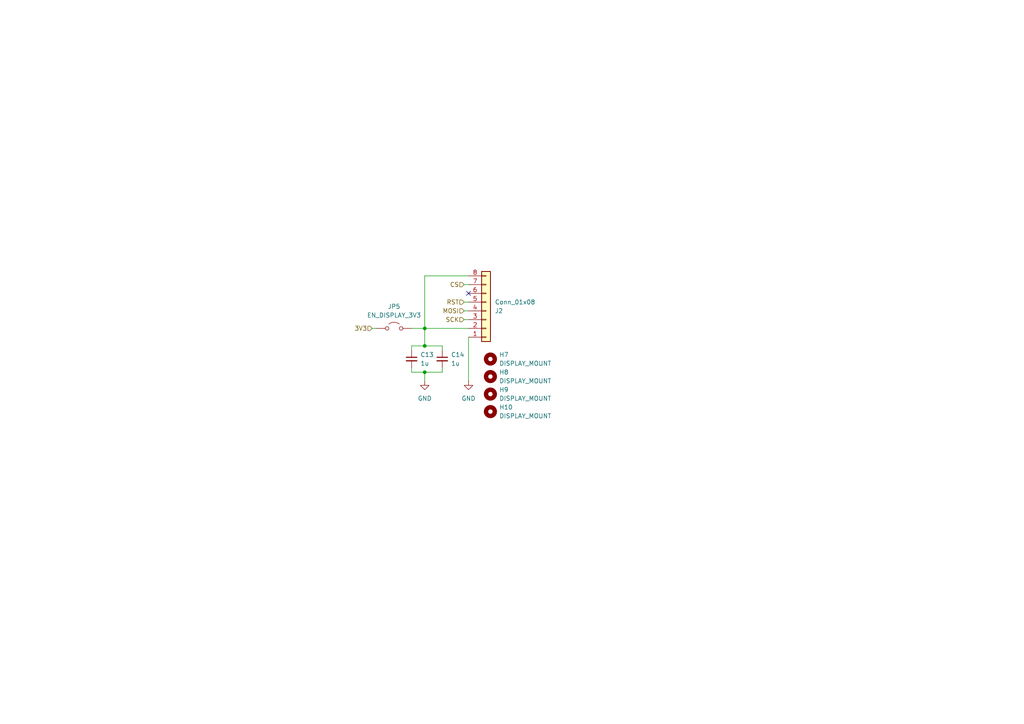
<source format=kicad_sch>
(kicad_sch (version 20231120) (generator "eeschema") (generator_version "8.0")
  (paper "A4")
  (lib_symbols
    (symbol "Connector_Generic:Conn_01x08" (pin_names (offset 1.016) hide)
      (property "Reference" "J" (at 0 10.16 0))
      (property "Value" "Conn_01x08" (at 0 -12.7 0))
      (symbol "Conn_01x08_1_1"
        (rectangle (start -1.27 -10.033) (end 0 -10.287) (stroke (width 0.1524)))
        (rectangle (start -1.27 -7.493) (end 0 -7.747) (stroke (width 0.1524)))
        (rectangle (start -1.27 -4.953) (end 0 -5.207) (stroke (width 0.1524)))
        (rectangle (start -1.27 -2.413) (end 0 -2.667) (stroke (width 0.1524)))
        (rectangle (start -1.27 0.127) (end 0 -0.127) (stroke (width 0.1524)))
        (rectangle (start -1.27 2.667) (end 0 2.413) (stroke (width 0.1524)))
        (rectangle (start -1.27 5.207) (end 0 4.953) (stroke (width 0.1524)))
        (rectangle (start -1.27 7.747) (end 0 7.493) (stroke (width 0.1524)))
        (rectangle (start -1.27 8.89) (end 1.27 -11.43) (stroke (width 0.254)) (fill (type background)))
        (pin passive line (at -5.08 7.62 0) (length 3.81) (name "Pin_1") (number "1"))
        (pin passive line (at -5.08 5.08 0) (length 3.81) (name "Pin_2") (number "2"))
        (pin passive line (at -5.08 2.54 0) (length 3.81) (name "Pin_3") (number "3"))
        (pin passive line (at -5.08 0 0) (length 3.81) (name "Pin_4") (number "4"))
        (pin passive line (at -5.08 -2.54 0) (length 3.81) (name "Pin_5") (number "5"))
        (pin passive line (at -5.08 -5.08 0) (length 3.81) (name "Pin_6") (number "6"))
        (pin passive line (at -5.08 -7.62 0) (length 3.81) (name "Pin_7") (number "7"))
        (pin passive line (at -5.08 -10.16 0) (length 3.81) (name "Pin_8") (number "8"))
      )
    )
    (symbol "Device:C_Small" (pin_numbers hide) (pin_names (offset 0.254) hide)
      (property "Reference" "C" (at 0.254 1.778 0))
      (property "Value" "C_Small" (at 0.254 -2.032 0))
      (symbol "C_Small_0_1"
        (polyline (pts (xy -1.524 -0.508) (xy 1.524 -0.508)) (stroke (width 0.3302)))
        (polyline (pts (xy -1.524 0.508) (xy 1.524 0.508)) (stroke (width 0.3048)))
      )
      (symbol "C_Small_1_1"
        (pin passive line (at 0 2.54 270) (length 2.032) (name "~") (number "1"))
        (pin passive line (at 0 -2.54 90) (length 2.032) (name "~") (number "2"))
      )
    )
    (symbol "Jumper:Jumper_2_Open" (pin_numbers hide) (pin_names (offset 0) hide) (exclude_from_sim yes)
      (property "Reference" "JP" (at 0 2.794 0))
      (property "Value" "Jumper_2_Open" (at 0 -2.286 0))
      (symbol "Jumper_2_Open_0_0"
        (circle (center -2.032 0) (radius 0.508))
        (circle (center 2.032 0) (radius 0.508))
      )
      (symbol "Jumper_2_Open_0_1"
        (arc (start 1.524 1.27) (mid 0 1.778) (end -1.524 1.27))
      )
      (symbol "Jumper_2_Open_1_1"
        (pin passive line (at -5.08 0 0) (length 2.54) (name "A") (number "1"))
        (pin passive line (at 5.08 0 180) (length 2.54) (name "B") (number "2"))
      )
    )
    (symbol "Mechanical:MountingHole" (pin_names (offset 1.016)) (exclude_from_sim yes) (in_bom no)
      (property "Reference" "H" (at 0 5.08 0))
      (property "Value" "MountingHole" (at 0 3.175 0))
      (symbol "MountingHole_0_1"
        (circle (center 0 0) (radius 1.27) (stroke (width 1.27)))
      )
    )
    (symbol "power:GND" (power) (pin_numbers hide) (pin_names (offset 0) hide)
      (property "Value" "GND" (at 0 -3.81 0))
      (symbol "GND_0_1"
        (polyline (pts (xy 0 0) (xy 0 -1.27) (xy 1.27 -1.27) (xy 0 -2.54) (xy -1.27 -1.27) (xy 0 -1.27)))
      )
      (symbol "GND_1_1"
        (pin power_in line (at 0 0 270) (length 0) (name "~") (number "1"))
      )
    )
  )
  (junction (at 123.19 107.95))
  (junction (at 123.19 100.33))
  (junction (at 123.19 95.25))
  (no_connect (at 135.89 85.09))
  (wire (pts (xy 128.27 106.68) (xy 128.27 107.95)))
  (wire (pts (xy 123.19 100.33) (xy 128.27 100.33)))
  (wire (pts (xy 123.19 95.25) (xy 123.19 100.33)))
  (wire (pts (xy 123.19 95.25) (xy 119.38 95.25)))
  (wire (pts (xy 119.38 100.33) (xy 123.19 100.33)))
  (wire (pts (xy 134.62 90.17) (xy 135.89 90.17)))
  (wire (pts (xy 135.89 97.79) (xy 135.89 110.49)))
  (wire (pts (xy 119.38 100.33) (xy 119.38 101.6)))
  (wire (pts (xy 134.62 92.71) (xy 135.89 92.71)))
  (wire (pts (xy 123.19 80.01) (xy 123.19 95.25)))
  (wire (pts (xy 119.38 107.95) (xy 123.19 107.95)))
  (wire (pts (xy 123.19 107.95) (xy 128.27 107.95)))
  (wire (pts (xy 123.19 95.25) (xy 135.89 95.25)))
  (wire (pts (xy 119.38 107.95) (xy 119.38 106.68)))
  (wire (pts (xy 107.95 95.25) (xy 109.22 95.25)))
  (wire (pts (xy 135.89 80.01) (xy 123.19 80.01)))
  (wire (pts (xy 134.62 82.55) (xy 135.89 82.55)))
  (wire (pts (xy 134.62 87.63) (xy 135.89 87.63)))
  (wire (pts (xy 123.19 107.95) (xy 123.19 110.49)))
  (wire (pts (xy 128.27 100.33) (xy 128.27 101.6)))
  (hierarchical_label "RST" (shape input) (at 134.62 87.63 180))
  (hierarchical_label "3V3" (shape input) (at 107.95 95.25 180))
  (hierarchical_label "MOSI" (shape input) (at 134.62 90.17 180))
  (hierarchical_label "SCK" (shape input) (at 134.62 92.71 180))
  (hierarchical_label "CS" (shape input) (at 134.62 82.55 180))
  (symbol (lib_id "Mechanical:MountingHole") (at 142.24 119.38 0) (unit 1) (exclude_from_sim yes) (in_bom no)
    (property "Reference" "H10" (at 144.78 118.1099 0) (effects (justify left)))
    (property "Value" "DISPLAY_MOUNT" (at 144.78 120.6499 0) (effects (justify left)))
    (property "Footprint" "MountingHole:MountingHole_2.2mm_M2" (effects (hide yes)))
    (property "Description" "Mounting Hole without connection" (effects (hide yes)))
  )
  (symbol (lib_id "Jumper:Jumper_2_Open") (at 114.3 95.25 0) (unit 1) (exclude_from_sim yes)
    (property "Reference" "JP5" (at 114.3 88.9 0))
    (property "Value" "EN_DISPLAY_3V3" (at 114.3 91.44 0))
    (property "Footprint" "Jumper:SolderJumper-2_P1.3mm_Open_TrianglePad1.0x1.5mm" (effects (hide yes)))
    (property "Description" "Jumper, 2-pole, open" (effects (hide yes)))
  )
  (symbol (lib_id "Mechanical:MountingHole") (at 142.24 104.14 0) (unit 1) (exclude_from_sim yes) (in_bom no)
    (property "Reference" "H7" (at 144.78 102.8699 0) (effects (justify left)))
    (property "Value" "DISPLAY_MOUNT" (at 144.78 105.4099 0) (effects (justify left)))
    (property "Footprint" "MountingHole:MountingHole_2.2mm_M2" (effects (hide yes)))
    (property "Description" "Mounting Hole without connection" (effects (hide yes)))
  )
  (symbol (lib_id "Mechanical:MountingHole") (at 142.24 109.22 0) (unit 1) (exclude_from_sim yes) (in_bom no)
    (property "Reference" "H8" (at 144.78 107.9499 0) (effects (justify left)))
    (property "Value" "DISPLAY_MOUNT" (at 144.78 110.4899 0) (effects (justify left)))
    (property "Footprint" "MountingHole:MountingHole_2.2mm_M2" (effects (hide yes)))
    (property "Description" "Mounting Hole without connection" (effects (hide yes)))
  )
  (symbol (lib_id "Mechanical:MountingHole") (at 142.24 114.3 0) (unit 1) (exclude_from_sim yes) (in_bom no)
    (property "Reference" "H9" (at 144.78 113.0299 0) (effects (justify left)))
    (property "Value" "DISPLAY_MOUNT" (at 144.78 115.5699 0) (effects (justify left)))
    (property "Footprint" "MountingHole:MountingHole_2.2mm_M2" (effects (hide yes)))
    (property "Description" "Mounting Hole without connection" (effects (hide yes)))
  )
  (symbol (lib_id "power:GND") (at 123.19 110.49 0) (unit 1)
    (property "Reference" "#PWR025" (effects (hide yes)))
    (property "Value" "GND" (at 123.19 115.57 0))
    (property "Description" "Power symbol creates a global label with name \"GND\" , ground" (effects (hide yes)))
  )
  (symbol (lib_id "power:GND") (at 135.89 110.49 0) (unit 1)
    (property "Reference" "#PWR026" (effects (hide yes)))
    (property "Value" "GND" (at 135.89 115.57 0))
    (property "Description" "Power symbol creates a global label with name \"GND\" , ground" (effects (hide yes)))
  )
  (symbol (lib_id "Connector_Generic:Conn_01x08") (at 140.97 90.17 0) (mirror x) (unit 1)
    (property "Reference" "J2" (at 143.51 90.1701 0) (effects (justify left)))
    (property "Value" "Conn_01x08" (at 143.51 87.6301 0) (effects (justify left)))
    (property "Footprint" "Connector_PinSocket_2.54mm:PinSocket_1x08_P2.54mm_Vertical" (effects (hide yes)))
    (property "Description" "Generic connector, single row, 01x08, script generated (kicad-library-utils/schlib/autogen/connector/)" (effects (hide yes)))
  )
  (symbol (lib_id "Device:C_Small") (at 119.38 104.14 0) (unit 1)
    (property "Reference" "C13" (at 121.92 102.8762 0) (effects (justify left)))
    (property "Value" "1u" (at 121.92 105.4162 0) (effects (justify left)))
    (property "Footprint" "Capacitor_SMD:C_0805_2012Metric_Pad1.18x1.45mm_HandSolder" (effects (hide yes)))
    (property "Description" "Unpolarized capacitor, small symbol" (effects (hide yes)))
  )
  (symbol (lib_id "Device:C_Small") (at 128.27 104.14 0) (unit 1)
    (property "Reference" "C14" (at 130.81 102.8762 0) (effects (justify left)))
    (property "Value" "1u" (at 130.81 105.4162 0) (effects (justify left)))
    (property "Footprint" "Capacitor_SMD:C_0805_2012Metric_Pad1.18x1.45mm_HandSolder" (effects (hide yes)))
    (property "Description" "Unpolarized capacitor, small symbol" (effects (hide yes)))
  )
)
</source>
